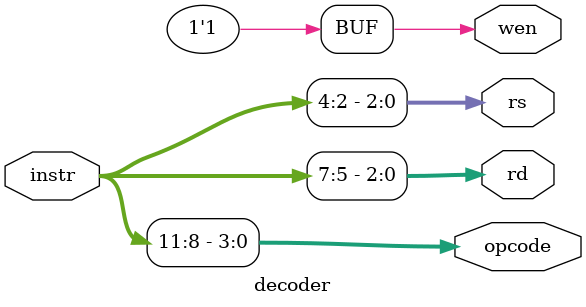
<source format=v>
`timescale 1ns/1ps

module decoder (
    input  [11:0] instr,
    output [3:0] opcode,
    output [2:0] rd,
    output [2:0] rs,
    output wen
);
    assign opcode = instr[11:8];
    assign rd     = instr[7:5];
    assign rs     = instr[4:2];
    assign wen = 1'b1;
endmodule

</source>
